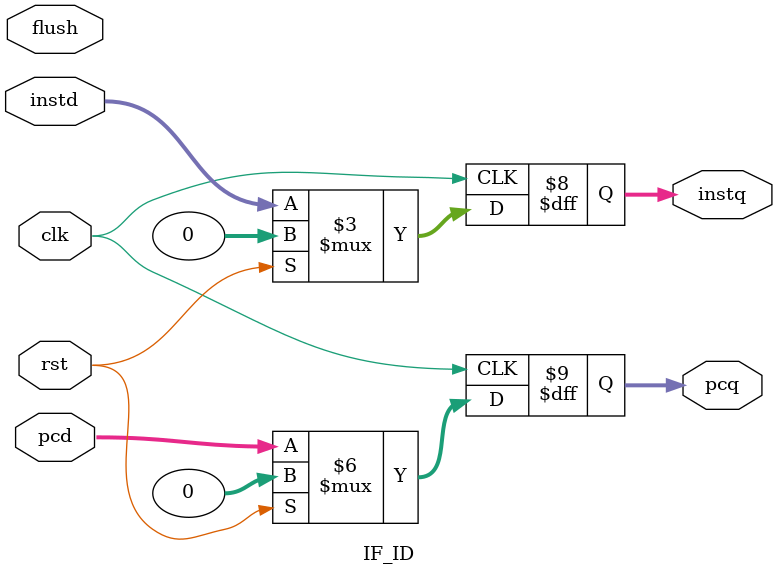
<source format=sv>
module IF_ID (
    input  var logic        clk,
    input  var logic        flush,
    input  var logic        rst,
    input  var logic [31:0] instd,
    input  var logic [31:0] pcd,
    output var logic [31:0] instq,
    output var logic [31:0] pcq
);
    always_ff @(posedge clk) begin
        if (rst) begin 
            pcq   <= 32'b0;
            instq <= 32'b0;
        end
        else begin
            pcq   <= pcd;
            instq <= instd;
        end
    end
endmodule
</source>
